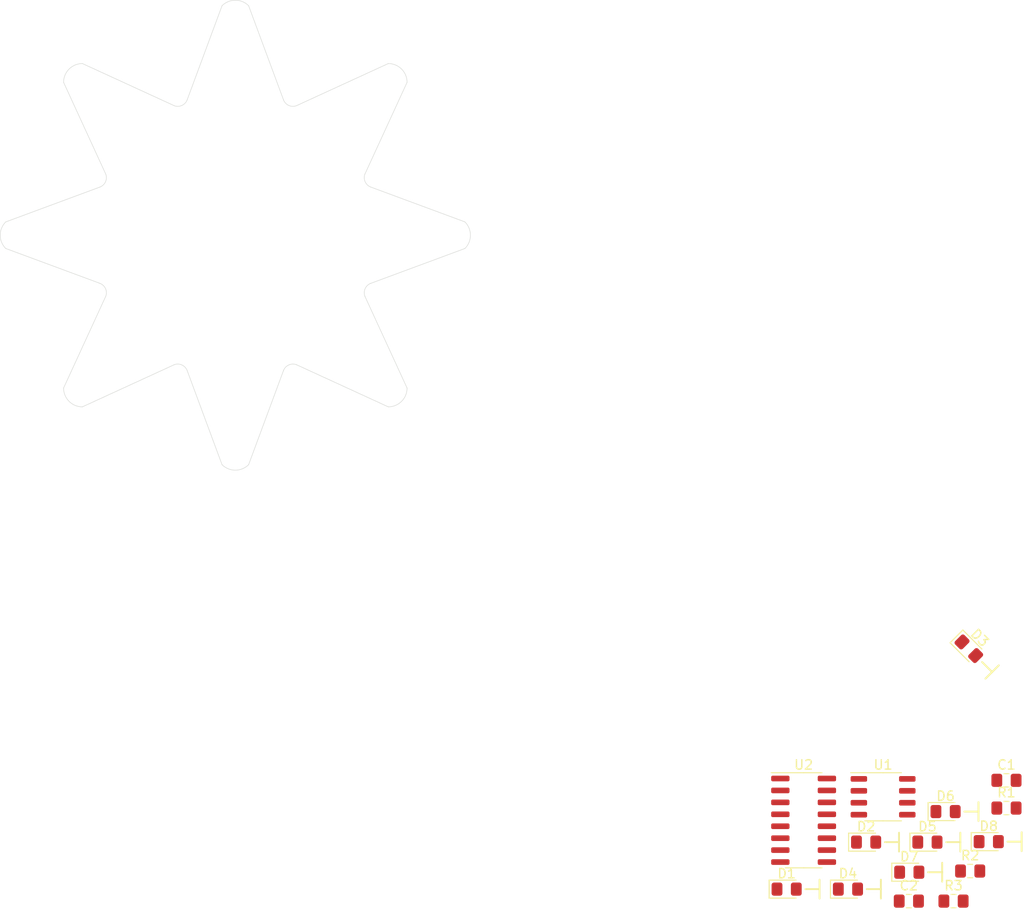
<source format=kicad_pcb>
(kicad_pcb (version 20171130) (host pcbnew 5.1.5-52549c5~86~ubuntu19.04.1)

  (general
    (thickness 1.6)
    (drawings 48)
    (tracks 0)
    (zones 0)
    (modules 15)
    (nets 17)
  )

  (page A4)
  (layers
    (0 F.Cu signal)
    (31 B.Cu signal)
    (32 B.Adhes user)
    (33 F.Adhes user)
    (34 B.Paste user)
    (35 F.Paste user)
    (36 B.SilkS user)
    (37 F.SilkS user)
    (38 B.Mask user)
    (39 F.Mask user)
    (40 Dwgs.User user hide)
    (41 Cmts.User user)
    (42 Eco1.User user)
    (43 Eco2.User user)
    (44 Edge.Cuts user)
    (45 Margin user)
    (46 B.CrtYd user hide)
    (47 F.CrtYd user hide)
    (48 B.Fab user hide)
    (49 F.Fab user hide)
  )

  (setup
    (last_trace_width 0.25)
    (trace_clearance 0.2)
    (zone_clearance 0.508)
    (zone_45_only no)
    (trace_min 0.2)
    (via_size 0.8)
    (via_drill 0.4)
    (via_min_size 0.4)
    (via_min_drill 0.3)
    (uvia_size 0.3)
    (uvia_drill 0.1)
    (uvias_allowed no)
    (uvia_min_size 0.2)
    (uvia_min_drill 0.1)
    (edge_width 0.05)
    (segment_width 0.2)
    (pcb_text_width 0.3)
    (pcb_text_size 1.5 1.5)
    (mod_edge_width 0.12)
    (mod_text_size 1 1)
    (mod_text_width 0.15)
    (pad_size 1.524 1.524)
    (pad_drill 0.762)
    (pad_to_mask_clearance 0.051)
    (solder_mask_min_width 0.25)
    (aux_axis_origin 115 65)
    (visible_elements FFFFFF7F)
    (pcbplotparams
      (layerselection 0x010fc_ffffffff)
      (usegerberextensions false)
      (usegerberattributes false)
      (usegerberadvancedattributes false)
      (creategerberjobfile false)
      (excludeedgelayer true)
      (linewidth 0.100000)
      (plotframeref false)
      (viasonmask false)
      (mode 1)
      (useauxorigin false)
      (hpglpennumber 1)
      (hpglpenspeed 20)
      (hpglpendiameter 15.000000)
      (psnegative false)
      (psa4output false)
      (plotreference true)
      (plotvalue true)
      (plotinvisibletext false)
      (padsonsilk false)
      (subtractmaskfromsilk false)
      (outputformat 1)
      (mirror false)
      (drillshape 1)
      (scaleselection 1)
      (outputdirectory ""))
  )

  (net 0 "")
  (net 1 -BATT)
  (net 2 "Net-(C1-Pad1)")
  (net 3 "Net-(C2-Pad1)")
  (net 4 "Net-(R1-Pad2)")
  (net 5 +BATT)
  (net 6 "Net-(U1-Pad3)")
  (net 7 /LED7)
  (net 8 /LED_R)
  (net 9 /LED6)
  (net 10 /LED5)
  (net 11 /LED4)
  (net 12 /LED3)
  (net 13 /LED2)
  (net 14 /LED1)
  (net 15 /LED0)
  (net 16 /RESET)

  (net_class Default "This is the default net class."
    (clearance 0.2)
    (trace_width 0.25)
    (via_dia 0.8)
    (via_drill 0.4)
    (uvia_dia 0.3)
    (uvia_drill 0.1)
    (add_net +BATT)
    (add_net -BATT)
    (add_net /LED0)
    (add_net /LED1)
    (add_net /LED2)
    (add_net /LED3)
    (add_net /LED4)
    (add_net /LED5)
    (add_net /LED6)
    (add_net /LED7)
    (add_net /LED_R)
    (add_net /RESET)
    (add_net "Net-(C1-Pad1)")
    (add_net "Net-(C2-Pad1)")
    (add_net "Net-(R1-Pad2)")
    (add_net "Net-(U1-Pad3)")
  )

  (module smd-star:SOIC-16_3.9x9.9mm_P1.27mm (layer F.Cu) (tedit 5D9F72B1) (tstamp 5EFD2121)
    (at 60.43 62.25)
    (descr "SOIC, 16 Pin (JEDEC MS-012AC, https://www.analog.com/media/en/package-pcb-resources/package/pkg_pdf/soic_narrow-r/r_16.pdf), generated with kicad-footprint-generator ipc_gullwing_generator.py")
    (tags "SOIC SO")
    (path /5EFD0D05)
    (attr smd)
    (fp_text reference U2 (at 0 -5.9) (layer F.SilkS)
      (effects (font (size 1 1) (thickness 0.15)))
    )
    (fp_text value 4017 (at 0 5.9) (layer F.Fab)
      (effects (font (size 1 1) (thickness 0.15)))
    )
    (fp_text user %R (at 0 0) (layer F.Fab)
      (effects (font (size 0.98 0.98) (thickness 0.15)))
    )
    (fp_line (start 3.7 -5.2) (end -3.7 -5.2) (layer F.CrtYd) (width 0.05))
    (fp_line (start 3.7 5.2) (end 3.7 -5.2) (layer F.CrtYd) (width 0.05))
    (fp_line (start -3.7 5.2) (end 3.7 5.2) (layer F.CrtYd) (width 0.05))
    (fp_line (start -3.7 -5.2) (end -3.7 5.2) (layer F.CrtYd) (width 0.05))
    (fp_line (start -1.95 -3.975) (end -0.975 -4.95) (layer F.Fab) (width 0.1))
    (fp_line (start -1.95 4.95) (end -1.95 -3.975) (layer F.Fab) (width 0.1))
    (fp_line (start 1.95 4.95) (end -1.95 4.95) (layer F.Fab) (width 0.1))
    (fp_line (start 1.95 -4.95) (end 1.95 4.95) (layer F.Fab) (width 0.1))
    (fp_line (start -0.975 -4.95) (end 1.95 -4.95) (layer F.Fab) (width 0.1))
    (fp_line (start 0 -5.06) (end -3.45 -5.06) (layer F.SilkS) (width 0.12))
    (fp_line (start 0 -5.06) (end 1.95 -5.06) (layer F.SilkS) (width 0.12))
    (fp_line (start 0 5.06) (end -1.95 5.06) (layer F.SilkS) (width 0.12))
    (fp_line (start 0 5.06) (end 1.95 5.06) (layer F.SilkS) (width 0.12))
    (pad 16 smd roundrect (at 2.475 -4.445) (size 1.95 0.6) (layers F.Cu F.Paste F.Mask) (roundrect_rratio 0.25)
      (net 5 +BATT))
    (pad 15 smd roundrect (at 2.475 -3.175) (size 1.95 0.6) (layers F.Cu F.Paste F.Mask) (roundrect_rratio 0.25)
      (net 16 /RESET))
    (pad 14 smd roundrect (at 2.475 -1.905) (size 1.95 0.6) (layers F.Cu F.Paste F.Mask) (roundrect_rratio 0.25)
      (net 6 "Net-(U1-Pad3)"))
    (pad 13 smd roundrect (at 2.475 -0.635) (size 1.95 0.6) (layers F.Cu F.Paste F.Mask) (roundrect_rratio 0.25)
      (net 1 -BATT))
    (pad 12 smd roundrect (at 2.475 0.635) (size 1.95 0.6) (layers F.Cu F.Paste F.Mask) (roundrect_rratio 0.25))
    (pad 11 smd roundrect (at 2.475 1.905) (size 1.95 0.6) (layers F.Cu F.Paste F.Mask) (roundrect_rratio 0.25))
    (pad 10 smd roundrect (at 2.475 3.175) (size 1.95 0.6) (layers F.Cu F.Paste F.Mask) (roundrect_rratio 0.25)
      (net 11 /LED4))
    (pad 9 smd roundrect (at 2.475 4.445) (size 1.95 0.6) (layers F.Cu F.Paste F.Mask) (roundrect_rratio 0.25)
      (net 16 /RESET))
    (pad 8 smd roundrect (at -2.475 4.445) (size 1.95 0.6) (layers F.Cu F.Paste F.Mask) (roundrect_rratio 0.25)
      (net 1 -BATT))
    (pad 7 smd roundrect (at -2.475 3.175) (size 1.95 0.6) (layers F.Cu F.Paste F.Mask) (roundrect_rratio 0.25)
      (net 12 /LED3))
    (pad 6 smd roundrect (at -2.475 1.905) (size 1.95 0.6) (layers F.Cu F.Paste F.Mask) (roundrect_rratio 0.25)
      (net 7 /LED7))
    (pad 5 smd roundrect (at -2.475 0.635) (size 1.95 0.6) (layers F.Cu F.Paste F.Mask) (roundrect_rratio 0.25)
      (net 9 /LED6))
    (pad 4 smd roundrect (at -2.475 -0.635) (size 1.95 0.6) (layers F.Cu F.Paste F.Mask) (roundrect_rratio 0.25)
      (net 13 /LED2))
    (pad 3 smd roundrect (at -2.475 -1.905) (size 1.95 0.6) (layers F.Cu F.Paste F.Mask) (roundrect_rratio 0.25)
      (net 15 /LED0))
    (pad 2 smd roundrect (at -2.475 -3.175) (size 1.95 0.6) (layers F.Cu F.Paste F.Mask) (roundrect_rratio 0.25)
      (net 14 /LED1))
    (pad 1 smd roundrect (at -2.475 -4.445) (size 1.95 0.6) (layers F.Cu F.Paste F.Mask) (roundrect_rratio 0.25)
      (net 10 /LED5))
    (model ${KISYS3DMOD}/Package_SO.3dshapes/SOIC-16_3.9x9.9mm_P1.27mm.wrl
      (at (xyz 0 0 0))
      (scale (xyz 1 1 1))
      (rotate (xyz 0 0 0))
    )
  )

  (module smd-star:SO-8_3.9x4.9mm_P1.27mm (layer F.Cu) (tedit 5D9F72B1) (tstamp 5EFD1F90)
    (at 68.88 59.75)
    (descr "SO, 8 Pin (https://www.nxp.com/docs/en/data-sheet/PCF8523.pdf), generated with kicad-footprint-generator ipc_gullwing_generator.py")
    (tags "SO SO")
    (path /5EFD01E2)
    (attr smd)
    (fp_text reference U1 (at 0 -3.4) (layer F.SilkS)
      (effects (font (size 1 1) (thickness 0.15)))
    )
    (fp_text value NE555 (at 0 3.4) (layer F.Fab)
      (effects (font (size 1 1) (thickness 0.15)))
    )
    (fp_text user %R (at 0 0) (layer F.Fab)
      (effects (font (size 0.98 0.98) (thickness 0.15)))
    )
    (fp_line (start 3.7 -2.7) (end -3.7 -2.7) (layer F.CrtYd) (width 0.05))
    (fp_line (start 3.7 2.7) (end 3.7 -2.7) (layer F.CrtYd) (width 0.05))
    (fp_line (start -3.7 2.7) (end 3.7 2.7) (layer F.CrtYd) (width 0.05))
    (fp_line (start -3.7 -2.7) (end -3.7 2.7) (layer F.CrtYd) (width 0.05))
    (fp_line (start -1.95 -1.475) (end -0.975 -2.45) (layer F.Fab) (width 0.1))
    (fp_line (start -1.95 2.45) (end -1.95 -1.475) (layer F.Fab) (width 0.1))
    (fp_line (start 1.95 2.45) (end -1.95 2.45) (layer F.Fab) (width 0.1))
    (fp_line (start 1.95 -2.45) (end 1.95 2.45) (layer F.Fab) (width 0.1))
    (fp_line (start -0.975 -2.45) (end 1.95 -2.45) (layer F.Fab) (width 0.1))
    (fp_line (start 0 -2.56) (end -3.45 -2.56) (layer F.SilkS) (width 0.12))
    (fp_line (start 0 -2.56) (end 1.95 -2.56) (layer F.SilkS) (width 0.12))
    (fp_line (start 0 2.56) (end -1.95 2.56) (layer F.SilkS) (width 0.12))
    (fp_line (start 0 2.56) (end 1.95 2.56) (layer F.SilkS) (width 0.12))
    (pad 8 smd roundrect (at 2.575 -1.905) (size 1.75 0.6) (layers F.Cu F.Paste F.Mask) (roundrect_rratio 0.25)
      (net 5 +BATT))
    (pad 7 smd roundrect (at 2.575 -0.635) (size 1.75 0.6) (layers F.Cu F.Paste F.Mask) (roundrect_rratio 0.25)
      (net 4 "Net-(R1-Pad2)"))
    (pad 6 smd roundrect (at 2.575 0.635) (size 1.75 0.6) (layers F.Cu F.Paste F.Mask) (roundrect_rratio 0.25)
      (net 3 "Net-(C2-Pad1)"))
    (pad 5 smd roundrect (at 2.575 1.905) (size 1.75 0.6) (layers F.Cu F.Paste F.Mask) (roundrect_rratio 0.25)
      (net 2 "Net-(C1-Pad1)"))
    (pad 4 smd roundrect (at -2.575 1.905) (size 1.75 0.6) (layers F.Cu F.Paste F.Mask) (roundrect_rratio 0.25)
      (net 5 +BATT))
    (pad 3 smd roundrect (at -2.575 0.635) (size 1.75 0.6) (layers F.Cu F.Paste F.Mask) (roundrect_rratio 0.25)
      (net 6 "Net-(U1-Pad3)"))
    (pad 2 smd roundrect (at -2.575 -0.635) (size 1.75 0.6) (layers F.Cu F.Paste F.Mask) (roundrect_rratio 0.25)
      (net 3 "Net-(C2-Pad1)"))
    (pad 1 smd roundrect (at -2.575 -1.905) (size 1.75 0.6) (layers F.Cu F.Paste F.Mask) (roundrect_rratio 0.25)
      (net 1 -BATT))
    (model ${KISYS3DMOD}/Package_SO.3dshapes/SO-8_3.9x4.9mm_P1.27mm.wrl
      (at (xyz 0 0 0))
      (scale (xyz 1 1 1))
      (rotate (xyz 0 0 0))
    )
  )

  (module smd-star:R_0805_2012Metric_Pad1.15x1.40mm_HandSolder (layer F.Cu) (tedit 5B36C52B) (tstamp 5EFD1F76)
    (at 76.37 70.85)
    (descr "Resistor SMD 0805 (2012 Metric), square (rectangular) end terminal, IPC_7351 nominal with elongated pad for handsoldering. (Body size source: https://docs.google.com/spreadsheets/d/1BsfQQcO9C6DZCsRaXUlFlo91Tg2WpOkGARC1WS5S8t0/edit?usp=sharing), generated with kicad-footprint-generator")
    (tags "resistor handsolder")
    (path /5F0080E1)
    (attr smd)
    (fp_text reference R3 (at 0 -1.65) (layer F.SilkS)
      (effects (font (size 1 1) (thickness 0.15)))
    )
    (fp_text value 220R (at 0 1.65) (layer F.Fab)
      (effects (font (size 1 1) (thickness 0.15)))
    )
    (fp_text user %R (at 0 0) (layer F.Fab)
      (effects (font (size 0.5 0.5) (thickness 0.08)))
    )
    (fp_line (start 1.85 0.95) (end -1.85 0.95) (layer F.CrtYd) (width 0.05))
    (fp_line (start 1.85 -0.95) (end 1.85 0.95) (layer F.CrtYd) (width 0.05))
    (fp_line (start -1.85 -0.95) (end 1.85 -0.95) (layer F.CrtYd) (width 0.05))
    (fp_line (start -1.85 0.95) (end -1.85 -0.95) (layer F.CrtYd) (width 0.05))
    (fp_line (start -0.261252 0.71) (end 0.261252 0.71) (layer F.SilkS) (width 0.12))
    (fp_line (start -0.261252 -0.71) (end 0.261252 -0.71) (layer F.SilkS) (width 0.12))
    (fp_line (start 1 0.6) (end -1 0.6) (layer F.Fab) (width 0.1))
    (fp_line (start 1 -0.6) (end 1 0.6) (layer F.Fab) (width 0.1))
    (fp_line (start -1 -0.6) (end 1 -0.6) (layer F.Fab) (width 0.1))
    (fp_line (start -1 0.6) (end -1 -0.6) (layer F.Fab) (width 0.1))
    (pad 2 smd roundrect (at 1.025 0) (size 1.15 1.4) (layers F.Cu F.Paste F.Mask) (roundrect_rratio 0.217391)
      (net 1 -BATT))
    (pad 1 smd roundrect (at -1.025 0) (size 1.15 1.4) (layers F.Cu F.Paste F.Mask) (roundrect_rratio 0.217391)
      (net 8 /LED_R))
    (model ${KISYS3DMOD}/Resistor_SMD.3dshapes/R_0805_2012Metric.wrl
      (at (xyz 0 0 0))
      (scale (xyz 1 1 1))
      (rotate (xyz 0 0 0))
    )
  )

  (module smd-star:R_0805_2012Metric_Pad1.15x1.40mm_HandSolder (layer F.Cu) (tedit 5B36C52B) (tstamp 5EFD1F65)
    (at 78.14 67.65)
    (descr "Resistor SMD 0805 (2012 Metric), square (rectangular) end terminal, IPC_7351 nominal with elongated pad for handsoldering. (Body size source: https://docs.google.com/spreadsheets/d/1BsfQQcO9C6DZCsRaXUlFlo91Tg2WpOkGARC1WS5S8t0/edit?usp=sharing), generated with kicad-footprint-generator")
    (tags "resistor handsolder")
    (path /5EFDA69B)
    (attr smd)
    (fp_text reference R2 (at 0 -1.65) (layer F.SilkS)
      (effects (font (size 1 1) (thickness 0.15)))
    )
    (fp_text value 47k (at 0 1.65) (layer F.Fab)
      (effects (font (size 1 1) (thickness 0.15)))
    )
    (fp_text user %R (at 0 0) (layer F.Fab)
      (effects (font (size 0.5 0.5) (thickness 0.08)))
    )
    (fp_line (start 1.85 0.95) (end -1.85 0.95) (layer F.CrtYd) (width 0.05))
    (fp_line (start 1.85 -0.95) (end 1.85 0.95) (layer F.CrtYd) (width 0.05))
    (fp_line (start -1.85 -0.95) (end 1.85 -0.95) (layer F.CrtYd) (width 0.05))
    (fp_line (start -1.85 0.95) (end -1.85 -0.95) (layer F.CrtYd) (width 0.05))
    (fp_line (start -0.261252 0.71) (end 0.261252 0.71) (layer F.SilkS) (width 0.12))
    (fp_line (start -0.261252 -0.71) (end 0.261252 -0.71) (layer F.SilkS) (width 0.12))
    (fp_line (start 1 0.6) (end -1 0.6) (layer F.Fab) (width 0.1))
    (fp_line (start 1 -0.6) (end 1 0.6) (layer F.Fab) (width 0.1))
    (fp_line (start -1 -0.6) (end 1 -0.6) (layer F.Fab) (width 0.1))
    (fp_line (start -1 0.6) (end -1 -0.6) (layer F.Fab) (width 0.1))
    (pad 2 smd roundrect (at 1.025 0) (size 1.15 1.4) (layers F.Cu F.Paste F.Mask) (roundrect_rratio 0.217391)
      (net 3 "Net-(C2-Pad1)"))
    (pad 1 smd roundrect (at -1.025 0) (size 1.15 1.4) (layers F.Cu F.Paste F.Mask) (roundrect_rratio 0.217391)
      (net 4 "Net-(R1-Pad2)"))
    (model ${KISYS3DMOD}/Resistor_SMD.3dshapes/R_0805_2012Metric.wrl
      (at (xyz 0 0 0))
      (scale (xyz 1 1 1))
      (rotate (xyz 0 0 0))
    )
  )

  (module smd-star:R_0805_2012Metric_Pad1.15x1.40mm_HandSolder (layer F.Cu) (tedit 5B36C52B) (tstamp 5EFD1F54)
    (at 82 60.95)
    (descr "Resistor SMD 0805 (2012 Metric), square (rectangular) end terminal, IPC_7351 nominal with elongated pad for handsoldering. (Body size source: https://docs.google.com/spreadsheets/d/1BsfQQcO9C6DZCsRaXUlFlo91Tg2WpOkGARC1WS5S8t0/edit?usp=sharing), generated with kicad-footprint-generator")
    (tags "resistor handsolder")
    (path /5EFD9130)
    (attr smd)
    (fp_text reference R1 (at 0 -1.65) (layer F.SilkS)
      (effects (font (size 1 1) (thickness 0.15)))
    )
    (fp_text value 47k (at 0 1.65) (layer F.Fab)
      (effects (font (size 1 1) (thickness 0.15)))
    )
    (fp_text user %R (at 0 0) (layer F.Fab)
      (effects (font (size 0.5 0.5) (thickness 0.08)))
    )
    (fp_line (start 1.85 0.95) (end -1.85 0.95) (layer F.CrtYd) (width 0.05))
    (fp_line (start 1.85 -0.95) (end 1.85 0.95) (layer F.CrtYd) (width 0.05))
    (fp_line (start -1.85 -0.95) (end 1.85 -0.95) (layer F.CrtYd) (width 0.05))
    (fp_line (start -1.85 0.95) (end -1.85 -0.95) (layer F.CrtYd) (width 0.05))
    (fp_line (start -0.261252 0.71) (end 0.261252 0.71) (layer F.SilkS) (width 0.12))
    (fp_line (start -0.261252 -0.71) (end 0.261252 -0.71) (layer F.SilkS) (width 0.12))
    (fp_line (start 1 0.6) (end -1 0.6) (layer F.Fab) (width 0.1))
    (fp_line (start 1 -0.6) (end 1 0.6) (layer F.Fab) (width 0.1))
    (fp_line (start -1 -0.6) (end 1 -0.6) (layer F.Fab) (width 0.1))
    (fp_line (start -1 0.6) (end -1 -0.6) (layer F.Fab) (width 0.1))
    (pad 2 smd roundrect (at 1.025 0) (size 1.15 1.4) (layers F.Cu F.Paste F.Mask) (roundrect_rratio 0.217391)
      (net 4 "Net-(R1-Pad2)"))
    (pad 1 smd roundrect (at -1.025 0) (size 1.15 1.4) (layers F.Cu F.Paste F.Mask) (roundrect_rratio 0.217391)
      (net 5 +BATT))
    (model ${KISYS3DMOD}/Resistor_SMD.3dshapes/R_0805_2012Metric.wrl
      (at (xyz 0 0 0))
      (scale (xyz 1 1 1))
      (rotate (xyz 0 0 0))
    )
  )

  (module smd-star:LED_0805_2012Metric_Pad1.15x1.40mm_HandSolder (layer F.Cu) (tedit 5EFCC800) (tstamp 5EFD1F43)
    (at 80.115 64.525)
    (descr "LED SMD 0805 (2012 Metric), square (rectangular) end terminal, IPC_7351 nominal, (Body size source: https://docs.google.com/spreadsheets/d/1BsfQQcO9C6DZCsRaXUlFlo91Tg2WpOkGARC1WS5S8t0/edit?usp=sharing), generated with kicad-footprint-generator")
    (tags "LED handsolder")
    (path /5EFF91EA)
    (attr smd)
    (fp_text reference D8 (at 0 -1.65) (layer F.SilkS)
      (effects (font (size 1 1) (thickness 0.15)))
    )
    (fp_text value LED (at 0 1.65) (layer F.Fab)
      (effects (font (size 1 1) (thickness 0.15)))
    )
    (fp_line (start 3.5 -1) (end 3.5 1) (layer F.SilkS) (width 0.2))
    (fp_line (start 2 0) (end 3.5 0) (layer F.SilkS) (width 0.2))
    (fp_text user %R (at 0 0) (layer F.Fab)
      (effects (font (size 0.5 0.5) (thickness 0.08)))
    )
    (fp_line (start 1.85 0.95) (end -1.85 0.95) (layer F.CrtYd) (width 0.05))
    (fp_line (start 1.85 -0.95) (end 1.85 0.95) (layer F.CrtYd) (width 0.05))
    (fp_line (start -1.85 -0.95) (end 1.85 -0.95) (layer F.CrtYd) (width 0.05))
    (fp_line (start -1.85 0.95) (end -1.85 -0.95) (layer F.CrtYd) (width 0.05))
    (fp_line (start -1.86 0.96) (end 1 0.96) (layer F.SilkS) (width 0.12))
    (fp_line (start -1.86 -0.96) (end -1.86 0.96) (layer F.SilkS) (width 0.12))
    (fp_line (start 1 -0.96) (end -1.86 -0.96) (layer F.SilkS) (width 0.12))
    (fp_line (start 1 0.6) (end 1 -0.6) (layer F.Fab) (width 0.1))
    (fp_line (start -1 0.6) (end 1 0.6) (layer F.Fab) (width 0.1))
    (fp_line (start -1 -0.3) (end -1 0.6) (layer F.Fab) (width 0.1))
    (fp_line (start -0.7 -0.6) (end -1 -0.3) (layer F.Fab) (width 0.1))
    (fp_line (start 1 -0.6) (end -0.7 -0.6) (layer F.Fab) (width 0.1))
    (pad 2 smd roundrect (at 1.025 0) (size 1.15 1.4) (layers F.Cu F.Paste F.Mask) (roundrect_rratio 0.217391)
      (net 15 /LED0))
    (pad 1 smd roundrect (at -1.025 0) (size 1.15 1.4) (layers F.Cu F.Paste F.Mask) (roundrect_rratio 0.217391)
      (net 8 /LED_R))
    (model ${KISYS3DMOD}/LED_SMD.3dshapes/LED_0805_2012Metric.wrl
      (at (xyz 0 0 0))
      (scale (xyz 1 1 1))
      (rotate (xyz 0 0 0))
    )
  )

  (module smd-star:LED_0805_2012Metric_Pad1.15x1.40mm_HandSolder (layer F.Cu) (tedit 5EFCC800) (tstamp 5EFD1F2E)
    (at 71.665 67.775)
    (descr "LED SMD 0805 (2012 Metric), square (rectangular) end terminal, IPC_7351 nominal, (Body size source: https://docs.google.com/spreadsheets/d/1BsfQQcO9C6DZCsRaXUlFlo91Tg2WpOkGARC1WS5S8t0/edit?usp=sharing), generated with kicad-footprint-generator")
    (tags "LED handsolder")
    (path /5EFF91E0)
    (attr smd)
    (fp_text reference D7 (at 0 -1.65) (layer F.SilkS)
      (effects (font (size 1 1) (thickness 0.15)))
    )
    (fp_text value LED (at 0 1.65) (layer F.Fab)
      (effects (font (size 1 1) (thickness 0.15)))
    )
    (fp_line (start 3.5 -1) (end 3.5 1) (layer F.SilkS) (width 0.2))
    (fp_line (start 2 0) (end 3.5 0) (layer F.SilkS) (width 0.2))
    (fp_text user %R (at 0 0) (layer F.Fab)
      (effects (font (size 0.5 0.5) (thickness 0.08)))
    )
    (fp_line (start 1.85 0.95) (end -1.85 0.95) (layer F.CrtYd) (width 0.05))
    (fp_line (start 1.85 -0.95) (end 1.85 0.95) (layer F.CrtYd) (width 0.05))
    (fp_line (start -1.85 -0.95) (end 1.85 -0.95) (layer F.CrtYd) (width 0.05))
    (fp_line (start -1.85 0.95) (end -1.85 -0.95) (layer F.CrtYd) (width 0.05))
    (fp_line (start -1.86 0.96) (end 1 0.96) (layer F.SilkS) (width 0.12))
    (fp_line (start -1.86 -0.96) (end -1.86 0.96) (layer F.SilkS) (width 0.12))
    (fp_line (start 1 -0.96) (end -1.86 -0.96) (layer F.SilkS) (width 0.12))
    (fp_line (start 1 0.6) (end 1 -0.6) (layer F.Fab) (width 0.1))
    (fp_line (start -1 0.6) (end 1 0.6) (layer F.Fab) (width 0.1))
    (fp_line (start -1 -0.3) (end -1 0.6) (layer F.Fab) (width 0.1))
    (fp_line (start -0.7 -0.6) (end -1 -0.3) (layer F.Fab) (width 0.1))
    (fp_line (start 1 -0.6) (end -0.7 -0.6) (layer F.Fab) (width 0.1))
    (pad 2 smd roundrect (at 1.025 0) (size 1.15 1.4) (layers F.Cu F.Paste F.Mask) (roundrect_rratio 0.217391)
      (net 14 /LED1))
    (pad 1 smd roundrect (at -1.025 0) (size 1.15 1.4) (layers F.Cu F.Paste F.Mask) (roundrect_rratio 0.217391)
      (net 8 /LED_R))
    (model ${KISYS3DMOD}/LED_SMD.3dshapes/LED_0805_2012Metric.wrl
      (at (xyz 0 0 0))
      (scale (xyz 1 1 1))
      (rotate (xyz 0 0 0))
    )
  )

  (module smd-star:LED_0805_2012Metric_Pad1.15x1.40mm_HandSolder (layer F.Cu) (tedit 5EFCC800) (tstamp 5EFD1F19)
    (at 75.525 61.325)
    (descr "LED SMD 0805 (2012 Metric), square (rectangular) end terminal, IPC_7351 nominal, (Body size source: https://docs.google.com/spreadsheets/d/1BsfQQcO9C6DZCsRaXUlFlo91Tg2WpOkGARC1WS5S8t0/edit?usp=sharing), generated with kicad-footprint-generator")
    (tags "LED handsolder")
    (path /5EFF91D6)
    (attr smd)
    (fp_text reference D6 (at 0 -1.65) (layer F.SilkS)
      (effects (font (size 1 1) (thickness 0.15)))
    )
    (fp_text value LED (at 0 1.65) (layer F.Fab)
      (effects (font (size 1 1) (thickness 0.15)))
    )
    (fp_line (start 3.5 -1) (end 3.5 1) (layer F.SilkS) (width 0.2))
    (fp_line (start 2 0) (end 3.5 0) (layer F.SilkS) (width 0.2))
    (fp_text user %R (at 0 0) (layer F.Fab)
      (effects (font (size 0.5 0.5) (thickness 0.08)))
    )
    (fp_line (start 1.85 0.95) (end -1.85 0.95) (layer F.CrtYd) (width 0.05))
    (fp_line (start 1.85 -0.95) (end 1.85 0.95) (layer F.CrtYd) (width 0.05))
    (fp_line (start -1.85 -0.95) (end 1.85 -0.95) (layer F.CrtYd) (width 0.05))
    (fp_line (start -1.85 0.95) (end -1.85 -0.95) (layer F.CrtYd) (width 0.05))
    (fp_line (start -1.86 0.96) (end 1 0.96) (layer F.SilkS) (width 0.12))
    (fp_line (start -1.86 -0.96) (end -1.86 0.96) (layer F.SilkS) (width 0.12))
    (fp_line (start 1 -0.96) (end -1.86 -0.96) (layer F.SilkS) (width 0.12))
    (fp_line (start 1 0.6) (end 1 -0.6) (layer F.Fab) (width 0.1))
    (fp_line (start -1 0.6) (end 1 0.6) (layer F.Fab) (width 0.1))
    (fp_line (start -1 -0.3) (end -1 0.6) (layer F.Fab) (width 0.1))
    (fp_line (start -0.7 -0.6) (end -1 -0.3) (layer F.Fab) (width 0.1))
    (fp_line (start 1 -0.6) (end -0.7 -0.6) (layer F.Fab) (width 0.1))
    (pad 2 smd roundrect (at 1.025 0) (size 1.15 1.4) (layers F.Cu F.Paste F.Mask) (roundrect_rratio 0.217391)
      (net 13 /LED2))
    (pad 1 smd roundrect (at -1.025 0) (size 1.15 1.4) (layers F.Cu F.Paste F.Mask) (roundrect_rratio 0.217391)
      (net 8 /LED_R))
    (model ${KISYS3DMOD}/LED_SMD.3dshapes/LED_0805_2012Metric.wrl
      (at (xyz 0 0 0))
      (scale (xyz 1 1 1))
      (rotate (xyz 0 0 0))
    )
  )

  (module smd-star:LED_0805_2012Metric_Pad1.15x1.40mm_HandSolder (layer F.Cu) (tedit 5EFCC800) (tstamp 5EFD1F04)
    (at 73.595 64.575)
    (descr "LED SMD 0805 (2012 Metric), square (rectangular) end terminal, IPC_7351 nominal, (Body size source: https://docs.google.com/spreadsheets/d/1BsfQQcO9C6DZCsRaXUlFlo91Tg2WpOkGARC1WS5S8t0/edit?usp=sharing), generated with kicad-footprint-generator")
    (tags "LED handsolder")
    (path /5EFF91CC)
    (attr smd)
    (fp_text reference D5 (at 0 -1.65) (layer F.SilkS)
      (effects (font (size 1 1) (thickness 0.15)))
    )
    (fp_text value LED (at 0 1.65) (layer F.Fab)
      (effects (font (size 1 1) (thickness 0.15)))
    )
    (fp_line (start 3.5 -1) (end 3.5 1) (layer F.SilkS) (width 0.2))
    (fp_line (start 2 0) (end 3.5 0) (layer F.SilkS) (width 0.2))
    (fp_text user %R (at 0 0) (layer F.Fab)
      (effects (font (size 0.5 0.5) (thickness 0.08)))
    )
    (fp_line (start 1.85 0.95) (end -1.85 0.95) (layer F.CrtYd) (width 0.05))
    (fp_line (start 1.85 -0.95) (end 1.85 0.95) (layer F.CrtYd) (width 0.05))
    (fp_line (start -1.85 -0.95) (end 1.85 -0.95) (layer F.CrtYd) (width 0.05))
    (fp_line (start -1.85 0.95) (end -1.85 -0.95) (layer F.CrtYd) (width 0.05))
    (fp_line (start -1.86 0.96) (end 1 0.96) (layer F.SilkS) (width 0.12))
    (fp_line (start -1.86 -0.96) (end -1.86 0.96) (layer F.SilkS) (width 0.12))
    (fp_line (start 1 -0.96) (end -1.86 -0.96) (layer F.SilkS) (width 0.12))
    (fp_line (start 1 0.6) (end 1 -0.6) (layer F.Fab) (width 0.1))
    (fp_line (start -1 0.6) (end 1 0.6) (layer F.Fab) (width 0.1))
    (fp_line (start -1 -0.3) (end -1 0.6) (layer F.Fab) (width 0.1))
    (fp_line (start -0.7 -0.6) (end -1 -0.3) (layer F.Fab) (width 0.1))
    (fp_line (start 1 -0.6) (end -0.7 -0.6) (layer F.Fab) (width 0.1))
    (pad 2 smd roundrect (at 1.025 0) (size 1.15 1.4) (layers F.Cu F.Paste F.Mask) (roundrect_rratio 0.217391)
      (net 12 /LED3))
    (pad 1 smd roundrect (at -1.025 0) (size 1.15 1.4) (layers F.Cu F.Paste F.Mask) (roundrect_rratio 0.217391)
      (net 8 /LED_R))
    (model ${KISYS3DMOD}/LED_SMD.3dshapes/LED_0805_2012Metric.wrl
      (at (xyz 0 0 0))
      (scale (xyz 1 1 1))
      (rotate (xyz 0 0 0))
    )
  )

  (module smd-star:LED_0805_2012Metric_Pad1.15x1.40mm_HandSolder (layer F.Cu) (tedit 5EFCC800) (tstamp 5EFD1EEF)
    (at 65.145 69.575)
    (descr "LED SMD 0805 (2012 Metric), square (rectangular) end terminal, IPC_7351 nominal, (Body size source: https://docs.google.com/spreadsheets/d/1BsfQQcO9C6DZCsRaXUlFlo91Tg2WpOkGARC1WS5S8t0/edit?usp=sharing), generated with kicad-footprint-generator")
    (tags "LED handsolder")
    (path /5EFF7386)
    (attr smd)
    (fp_text reference D4 (at 0 -1.65) (layer F.SilkS)
      (effects (font (size 1 1) (thickness 0.15)))
    )
    (fp_text value LED (at 0 1.65) (layer F.Fab)
      (effects (font (size 1 1) (thickness 0.15)))
    )
    (fp_line (start 3.5 -1) (end 3.5 1) (layer F.SilkS) (width 0.2))
    (fp_line (start 2 0) (end 3.5 0) (layer F.SilkS) (width 0.2))
    (fp_text user %R (at 0 0) (layer F.Fab)
      (effects (font (size 0.5 0.5) (thickness 0.08)))
    )
    (fp_line (start 1.85 0.95) (end -1.85 0.95) (layer F.CrtYd) (width 0.05))
    (fp_line (start 1.85 -0.95) (end 1.85 0.95) (layer F.CrtYd) (width 0.05))
    (fp_line (start -1.85 -0.95) (end 1.85 -0.95) (layer F.CrtYd) (width 0.05))
    (fp_line (start -1.85 0.95) (end -1.85 -0.95) (layer F.CrtYd) (width 0.05))
    (fp_line (start -1.86 0.96) (end 1 0.96) (layer F.SilkS) (width 0.12))
    (fp_line (start -1.86 -0.96) (end -1.86 0.96) (layer F.SilkS) (width 0.12))
    (fp_line (start 1 -0.96) (end -1.86 -0.96) (layer F.SilkS) (width 0.12))
    (fp_line (start 1 0.6) (end 1 -0.6) (layer F.Fab) (width 0.1))
    (fp_line (start -1 0.6) (end 1 0.6) (layer F.Fab) (width 0.1))
    (fp_line (start -1 -0.3) (end -1 0.6) (layer F.Fab) (width 0.1))
    (fp_line (start -0.7 -0.6) (end -1 -0.3) (layer F.Fab) (width 0.1))
    (fp_line (start 1 -0.6) (end -0.7 -0.6) (layer F.Fab) (width 0.1))
    (pad 2 smd roundrect (at 1.025 0) (size 1.15 1.4) (layers F.Cu F.Paste F.Mask) (roundrect_rratio 0.217391)
      (net 11 /LED4))
    (pad 1 smd roundrect (at -1.025 0) (size 1.15 1.4) (layers F.Cu F.Paste F.Mask) (roundrect_rratio 0.217391)
      (net 8 /LED_R))
    (model ${KISYS3DMOD}/LED_SMD.3dshapes/LED_0805_2012Metric.wrl
      (at (xyz 0 0 0))
      (scale (xyz 1 1 1))
      (rotate (xyz 0 0 0))
    )
  )

  (module smd-star:LED_0805_2012Metric_Pad1.15x1.40mm_HandSolder (layer F.Cu) (tedit 5EFCC800) (tstamp 5EFD24A1)
    (at 78 44 315)
    (descr "LED SMD 0805 (2012 Metric), square (rectangular) end terminal, IPC_7351 nominal, (Body size source: https://docs.google.com/spreadsheets/d/1BsfQQcO9C6DZCsRaXUlFlo91Tg2WpOkGARC1WS5S8t0/edit?usp=sharing), generated with kicad-footprint-generator")
    (tags "LED handsolder")
    (path /5EFF6FCA)
    (attr smd)
    (fp_text reference D3 (at 0 -1.65 135) (layer F.SilkS)
      (effects (font (size 1 1) (thickness 0.15)))
    )
    (fp_text value LED (at 0 1.65 135) (layer F.Fab)
      (effects (font (size 1 1) (thickness 0.15)))
    )
    (fp_line (start 3.5 -1) (end 3.5 1) (layer F.SilkS) (width 0.2))
    (fp_line (start 2 0) (end 3.5 0) (layer F.SilkS) (width 0.2))
    (fp_text user %R (at 0 0 45) (layer F.Fab)
      (effects (font (size 0.5 0.5) (thickness 0.08)))
    )
    (fp_line (start 1.85 0.95) (end -1.85 0.95) (layer F.CrtYd) (width 0.05))
    (fp_line (start 1.85 -0.95) (end 1.85 0.95) (layer F.CrtYd) (width 0.05))
    (fp_line (start -1.85 -0.95) (end 1.85 -0.95) (layer F.CrtYd) (width 0.05))
    (fp_line (start -1.85 0.95) (end -1.85 -0.95) (layer F.CrtYd) (width 0.05))
    (fp_line (start -1.86 0.96) (end 1 0.96) (layer F.SilkS) (width 0.12))
    (fp_line (start -1.86 -0.96) (end -1.86 0.96) (layer F.SilkS) (width 0.12))
    (fp_line (start 1 -0.96) (end -1.86 -0.96) (layer F.SilkS) (width 0.12))
    (fp_line (start 1 0.6) (end 1 -0.6) (layer F.Fab) (width 0.1))
    (fp_line (start -1 0.6) (end 1 0.6) (layer F.Fab) (width 0.1))
    (fp_line (start -1 -0.3) (end -1 0.6) (layer F.Fab) (width 0.1))
    (fp_line (start -0.7 -0.6) (end -1 -0.3) (layer F.Fab) (width 0.1))
    (fp_line (start 1 -0.6) (end -0.7 -0.6) (layer F.Fab) (width 0.1))
    (pad 2 smd roundrect (at 1.025 0 315) (size 1.15 1.4) (layers F.Cu F.Paste F.Mask) (roundrect_rratio 0.217391)
      (net 10 /LED5))
    (pad 1 smd roundrect (at -1.025 0 315) (size 1.15 1.4) (layers F.Cu F.Paste F.Mask) (roundrect_rratio 0.217391)
      (net 8 /LED_R))
    (model ${KISYS3DMOD}/LED_SMD.3dshapes/LED_0805_2012Metric.wrl
      (at (xyz 0 0 0))
      (scale (xyz 1 1 1))
      (rotate (xyz 0 0 0))
    )
  )

  (module smd-star:LED_0805_2012Metric_Pad1.15x1.40mm_HandSolder (layer F.Cu) (tedit 5EFCC800) (tstamp 5EFD1EC5)
    (at 67.075 64.575)
    (descr "LED SMD 0805 (2012 Metric), square (rectangular) end terminal, IPC_7351 nominal, (Body size source: https://docs.google.com/spreadsheets/d/1BsfQQcO9C6DZCsRaXUlFlo91Tg2WpOkGARC1WS5S8t0/edit?usp=sharing), generated with kicad-footprint-generator")
    (tags "LED handsolder")
    (path /5EFF6B7E)
    (attr smd)
    (fp_text reference D2 (at 0 -1.65) (layer F.SilkS)
      (effects (font (size 1 1) (thickness 0.15)))
    )
    (fp_text value LED (at 0 1.65) (layer F.Fab)
      (effects (font (size 1 1) (thickness 0.15)))
    )
    (fp_line (start 3.5 -1) (end 3.5 1) (layer F.SilkS) (width 0.2))
    (fp_line (start 2 0) (end 3.5 0) (layer F.SilkS) (width 0.2))
    (fp_text user %R (at 0 0) (layer F.Fab)
      (effects (font (size 0.5 0.5) (thickness 0.08)))
    )
    (fp_line (start 1.85 0.95) (end -1.85 0.95) (layer F.CrtYd) (width 0.05))
    (fp_line (start 1.85 -0.95) (end 1.85 0.95) (layer F.CrtYd) (width 0.05))
    (fp_line (start -1.85 -0.95) (end 1.85 -0.95) (layer F.CrtYd) (width 0.05))
    (fp_line (start -1.85 0.95) (end -1.85 -0.95) (layer F.CrtYd) (width 0.05))
    (fp_line (start -1.86 0.96) (end 1 0.96) (layer F.SilkS) (width 0.12))
    (fp_line (start -1.86 -0.96) (end -1.86 0.96) (layer F.SilkS) (width 0.12))
    (fp_line (start 1 -0.96) (end -1.86 -0.96) (layer F.SilkS) (width 0.12))
    (fp_line (start 1 0.6) (end 1 -0.6) (layer F.Fab) (width 0.1))
    (fp_line (start -1 0.6) (end 1 0.6) (layer F.Fab) (width 0.1))
    (fp_line (start -1 -0.3) (end -1 0.6) (layer F.Fab) (width 0.1))
    (fp_line (start -0.7 -0.6) (end -1 -0.3) (layer F.Fab) (width 0.1))
    (fp_line (start 1 -0.6) (end -0.7 -0.6) (layer F.Fab) (width 0.1))
    (pad 2 smd roundrect (at 1.025 0) (size 1.15 1.4) (layers F.Cu F.Paste F.Mask) (roundrect_rratio 0.217391)
      (net 9 /LED6))
    (pad 1 smd roundrect (at -1.025 0) (size 1.15 1.4) (layers F.Cu F.Paste F.Mask) (roundrect_rratio 0.217391)
      (net 8 /LED_R))
    (model ${KISYS3DMOD}/LED_SMD.3dshapes/LED_0805_2012Metric.wrl
      (at (xyz 0 0 0))
      (scale (xyz 1 1 1))
      (rotate (xyz 0 0 0))
    )
  )

  (module smd-star:LED_0805_2012Metric_Pad1.15x1.40mm_HandSolder (layer F.Cu) (tedit 5EFCC800) (tstamp 5EFD1EB0)
    (at 58.625 69.575)
    (descr "LED SMD 0805 (2012 Metric), square (rectangular) end terminal, IPC_7351 nominal, (Body size source: https://docs.google.com/spreadsheets/d/1BsfQQcO9C6DZCsRaXUlFlo91Tg2WpOkGARC1WS5S8t0/edit?usp=sharing), generated with kicad-footprint-generator")
    (tags "LED handsolder")
    (path /5EFF47F1)
    (attr smd)
    (fp_text reference D1 (at 0 -1.65) (layer F.SilkS)
      (effects (font (size 1 1) (thickness 0.15)))
    )
    (fp_text value LED (at 0 1.65) (layer F.Fab)
      (effects (font (size 1 1) (thickness 0.15)))
    )
    (fp_line (start 3.5 -1) (end 3.5 1) (layer F.SilkS) (width 0.2))
    (fp_line (start 2 0) (end 3.5 0) (layer F.SilkS) (width 0.2))
    (fp_text user %R (at 0 0) (layer F.Fab)
      (effects (font (size 0.5 0.5) (thickness 0.08)))
    )
    (fp_line (start 1.85 0.95) (end -1.85 0.95) (layer F.CrtYd) (width 0.05))
    (fp_line (start 1.85 -0.95) (end 1.85 0.95) (layer F.CrtYd) (width 0.05))
    (fp_line (start -1.85 -0.95) (end 1.85 -0.95) (layer F.CrtYd) (width 0.05))
    (fp_line (start -1.85 0.95) (end -1.85 -0.95) (layer F.CrtYd) (width 0.05))
    (fp_line (start -1.86 0.96) (end 1 0.96) (layer F.SilkS) (width 0.12))
    (fp_line (start -1.86 -0.96) (end -1.86 0.96) (layer F.SilkS) (width 0.12))
    (fp_line (start 1 -0.96) (end -1.86 -0.96) (layer F.SilkS) (width 0.12))
    (fp_line (start 1 0.6) (end 1 -0.6) (layer F.Fab) (width 0.1))
    (fp_line (start -1 0.6) (end 1 0.6) (layer F.Fab) (width 0.1))
    (fp_line (start -1 -0.3) (end -1 0.6) (layer F.Fab) (width 0.1))
    (fp_line (start -0.7 -0.6) (end -1 -0.3) (layer F.Fab) (width 0.1))
    (fp_line (start 1 -0.6) (end -0.7 -0.6) (layer F.Fab) (width 0.1))
    (pad 2 smd roundrect (at 1.025 0) (size 1.15 1.4) (layers F.Cu F.Paste F.Mask) (roundrect_rratio 0.217391)
      (net 7 /LED7))
    (pad 1 smd roundrect (at -1.025 0) (size 1.15 1.4) (layers F.Cu F.Paste F.Mask) (roundrect_rratio 0.217391)
      (net 8 /LED_R))
    (model ${KISYS3DMOD}/LED_SMD.3dshapes/LED_0805_2012Metric.wrl
      (at (xyz 0 0 0))
      (scale (xyz 1 1 1))
      (rotate (xyz 0 0 0))
    )
  )

  (module smd-star:C_0805_2012Metric_Pad1.15x1.40mm_HandSolder (layer F.Cu) (tedit 5B36C52B) (tstamp 5EFD1E9B)
    (at 71.62 70.85)
    (descr "Capacitor SMD 0805 (2012 Metric), square (rectangular) end terminal, IPC_7351 nominal with elongated pad for handsoldering. (Body size source: https://docs.google.com/spreadsheets/d/1BsfQQcO9C6DZCsRaXUlFlo91Tg2WpOkGARC1WS5S8t0/edit?usp=sharing), generated with kicad-footprint-generator")
    (tags "capacitor handsolder")
    (path /5EFDE976)
    (attr smd)
    (fp_text reference C2 (at 0 -1.65) (layer F.SilkS)
      (effects (font (size 1 1) (thickness 0.15)))
    )
    (fp_text value 10uF (at 0 1.65) (layer F.Fab)
      (effects (font (size 1 1) (thickness 0.15)))
    )
    (fp_text user %R (at 0 0) (layer F.Fab)
      (effects (font (size 0.5 0.5) (thickness 0.08)))
    )
    (fp_line (start 1.85 0.95) (end -1.85 0.95) (layer F.CrtYd) (width 0.05))
    (fp_line (start 1.85 -0.95) (end 1.85 0.95) (layer F.CrtYd) (width 0.05))
    (fp_line (start -1.85 -0.95) (end 1.85 -0.95) (layer F.CrtYd) (width 0.05))
    (fp_line (start -1.85 0.95) (end -1.85 -0.95) (layer F.CrtYd) (width 0.05))
    (fp_line (start -0.261252 0.71) (end 0.261252 0.71) (layer F.SilkS) (width 0.12))
    (fp_line (start -0.261252 -0.71) (end 0.261252 -0.71) (layer F.SilkS) (width 0.12))
    (fp_line (start 1 0.6) (end -1 0.6) (layer F.Fab) (width 0.1))
    (fp_line (start 1 -0.6) (end 1 0.6) (layer F.Fab) (width 0.1))
    (fp_line (start -1 -0.6) (end 1 -0.6) (layer F.Fab) (width 0.1))
    (fp_line (start -1 0.6) (end -1 -0.6) (layer F.Fab) (width 0.1))
    (pad 2 smd roundrect (at 1.025 0) (size 1.15 1.4) (layers F.Cu F.Paste F.Mask) (roundrect_rratio 0.217391)
      (net 1 -BATT))
    (pad 1 smd roundrect (at -1.025 0) (size 1.15 1.4) (layers F.Cu F.Paste F.Mask) (roundrect_rratio 0.217391)
      (net 3 "Net-(C2-Pad1)"))
    (model ${KISYS3DMOD}/Capacitor_SMD.3dshapes/C_0805_2012Metric.wrl
      (at (xyz 0 0 0))
      (scale (xyz 1 1 1))
      (rotate (xyz 0 0 0))
    )
  )

  (module smd-star:C_0805_2012Metric_Pad1.15x1.40mm_HandSolder (layer F.Cu) (tedit 5B36C52B) (tstamp 5EFD1E8A)
    (at 82 58)
    (descr "Capacitor SMD 0805 (2012 Metric), square (rectangular) end terminal, IPC_7351 nominal with elongated pad for handsoldering. (Body size source: https://docs.google.com/spreadsheets/d/1BsfQQcO9C6DZCsRaXUlFlo91Tg2WpOkGARC1WS5S8t0/edit?usp=sharing), generated with kicad-footprint-generator")
    (tags "capacitor handsolder")
    (path /5EFDAF79)
    (attr smd)
    (fp_text reference C1 (at 0 -1.65) (layer F.SilkS)
      (effects (font (size 1 1) (thickness 0.15)))
    )
    (fp_text value 0.01uF (at 0 1.65) (layer F.Fab)
      (effects (font (size 1 1) (thickness 0.15)))
    )
    (fp_text user %R (at 0 0) (layer F.Fab)
      (effects (font (size 0.5 0.5) (thickness 0.08)))
    )
    (fp_line (start 1.85 0.95) (end -1.85 0.95) (layer F.CrtYd) (width 0.05))
    (fp_line (start 1.85 -0.95) (end 1.85 0.95) (layer F.CrtYd) (width 0.05))
    (fp_line (start -1.85 -0.95) (end 1.85 -0.95) (layer F.CrtYd) (width 0.05))
    (fp_line (start -1.85 0.95) (end -1.85 -0.95) (layer F.CrtYd) (width 0.05))
    (fp_line (start -0.261252 0.71) (end 0.261252 0.71) (layer F.SilkS) (width 0.12))
    (fp_line (start -0.261252 -0.71) (end 0.261252 -0.71) (layer F.SilkS) (width 0.12))
    (fp_line (start 1 0.6) (end -1 0.6) (layer F.Fab) (width 0.1))
    (fp_line (start 1 -0.6) (end 1 0.6) (layer F.Fab) (width 0.1))
    (fp_line (start -1 -0.6) (end 1 -0.6) (layer F.Fab) (width 0.1))
    (fp_line (start -1 0.6) (end -1 -0.6) (layer F.Fab) (width 0.1))
    (pad 2 smd roundrect (at 1.025 0) (size 1.15 1.4) (layers F.Cu F.Paste F.Mask) (roundrect_rratio 0.217391)
      (net 1 -BATT))
    (pad 1 smd roundrect (at -1.025 0) (size 1.15 1.4) (layers F.Cu F.Paste F.Mask) (roundrect_rratio 0.217391)
      (net 2 "Net-(C1-Pad1)"))
    (model ${KISYS3DMOD}/Capacitor_SMD.3dshapes/C_0805_2012Metric.wrl
      (at (xyz 0 0 0))
      (scale (xyz 1 1 1))
      (rotate (xyz 0 0 0))
    )
  )

  (gr_line (start -5.123 14.399) (end -1.414 24.414) (layer Edge.Cuts) (width 0.05) (tstamp 5EFDF6B3))
  (gr_line (start -16.263 18.263) (end -6.506 13.782) (layer Edge.Cuts) (width 0.05) (tstamp 5EFDF6AA))
  (gr_line (start -13.782 6.506) (end -18.263 16.263) (layer Edge.Cuts) (width 0.05) (tstamp 5EFDF6A1))
  (gr_line (start -24.414 1.414) (end -14.399 5.123) (layer Edge.Cuts) (width 0.05) (tstamp 5EFDF699))
  (gr_line (start -14.399 -5.123) (end -24.414 -1.414) (layer Edge.Cuts) (width 0.05) (tstamp 5EFDF690))
  (gr_line (start -18.263 -16.263) (end -13.782 -6.506) (layer Edge.Cuts) (width 0.05) (tstamp 5EFDF686))
  (gr_line (start -6.506 -13.782) (end -16.263 -18.263) (layer Edge.Cuts) (width 0.05) (tstamp 5EFDF680))
  (gr_line (start -1.414 -24.414) (end -5.123 -14.399) (layer Edge.Cuts) (width 0.05) (tstamp 5EFDF679))
  (gr_arc (start -14.782 -6.123) (end -13.782 -6.506) (angle 90) (layer Edge.Cuts) (width 0.05) (tstamp 5EFDF654))
  (gr_arc (start -14.782 6.123) (end -13.782 6.506) (angle -90) (layer Edge.Cuts) (width 0.05) (tstamp 5EFDF63A))
  (gr_arc (start -6.123 -14.782) (end -6.506 -13.782) (angle -90) (layer Edge.Cuts) (width 0.05) (tstamp 5EFDF61F))
  (gr_arc (start -6.123 14.782) (end -6.506 13.782) (angle 90) (layer Edge.Cuts) (width 0.05) (tstamp 5EFDF602))
  (gr_line (start 5.123 14.399) (end 1.414 24.414) (layer Edge.Cuts) (width 0.05) (tstamp 5EFDF5EE))
  (gr_line (start 16.263 18.263) (end 6.506 13.782) (layer Edge.Cuts) (width 0.05) (tstamp 5EFDF5E0))
  (gr_arc (start 6.123 14.782) (end 6.506 13.782) (angle -90) (layer Edge.Cuts) (width 0.05) (tstamp 5EFDF599))
  (gr_line (start 18.263 16.263) (end 13.782 6.506) (layer Edge.Cuts) (width 0.05) (tstamp 5EFDF58A))
  (gr_line (start 24.414 1.414) (end 14.399 5.123) (layer Edge.Cuts) (width 0.05) (tstamp 5EFDF579))
  (gr_arc (start 14.782 6.123) (end 13.782 6.506) (angle 90) (layer Edge.Cuts) (width 0.05) (tstamp 5EFDF52E))
  (gr_line (start 14.399 -5.123) (end 24.414 -1.414) (layer Edge.Cuts) (width 0.05) (tstamp 5EFDF4B1))
  (gr_line (start 18.263 -16.263) (end 13.782 -6.506) (layer Edge.Cuts) (width 0.05) (tstamp 5EFDF4A3))
  (gr_arc (start 14.782 -6.123) (end 13.782 -6.506) (angle -90) (layer Edge.Cuts) (width 0.05) (tstamp 5EFDF44B))
  (gr_line (start 6.506 -13.782) (end 16.263 -18.263) (layer Edge.Cuts) (width 0.05) (tstamp 5EFDF439))
  (gr_line (start 5.123 -14.399) (end 1.414 -24.414) (layer Edge.Cuts) (width 0.05) (tstamp 5EFDF42E))
  (gr_arc (start 6.123 -14.782) (end 6.506 -13.782) (angle 90) (layer Edge.Cuts) (width 0.05))
  (gr_arc (start 16.263 -16.263) (end 18.263 -16.263) (angle -90) (layer Edge.Cuts) (width 0.05) (tstamp 5EFD5A0E))
  (gr_arc (start -16.263 16.263) (end -16.263 18.263) (angle 90) (layer Edge.Cuts) (width 0.05) (tstamp 5EFD59D3))
  (gr_arc (start 16.263 16.263) (end 18.263 16.263) (angle 90) (layer Edge.Cuts) (width 0.05) (tstamp 5EFD599A))
  (gr_arc (start -16.263 -16.263) (end -18.263 -16.263) (angle 90) (layer Edge.Cuts) (width 0.05) (tstamp 5EFD5668))
  (gr_text "East\n" (at 43.434 -0.508) (layer Dwgs.User) (tstamp 5EFD556E)
    (effects (font (size 5 5) (thickness 0.15)))
  )
  (gr_text "West\n" (at -43.942 -1.016) (layer Dwgs.User) (tstamp 5EFD556C)
    (effects (font (size 5 5) (thickness 0.15)))
  )
  (gr_text "South\n" (at -1.524 35.814) (layer Dwgs.User) (tstamp 5EFD5569)
    (effects (font (size 5 5) (thickness 0.15)))
  )
  (gr_text North (at -0.762 -36.068) (layer Dwgs.User)
    (effects (font (size 5 5) (thickness 0.15)))
  )
  (gr_arc (start 23 0) (end 24.414 1.414) (angle -90) (layer Edge.Cuts) (width 0.05) (tstamp 5EFD536A))
  (gr_arc (start -23 0) (end -24.414 1.414) (angle 90) (layer Edge.Cuts) (width 0.05) (tstamp 5EFD5349))
  (gr_arc (start 0 -23) (end 1.414 -24.414) (angle -90) (layer Edge.Cuts) (width 0.05))
  (gr_arc (start 0 23) (end 1.414 24.414) (angle 90) (layer Edge.Cuts) (width 0.05))
  (gr_line (start -17 41) (end 17 -41) (layer Dwgs.User) (width 0.3) (tstamp 5EFD2AA2))
  (gr_line (start 17 41) (end -17 -41) (layer Dwgs.User) (width 0.3))
  (gr_line (start -41 17) (end 41 -17) (layer Dwgs.User) (width 0.3) (tstamp 5EFD2A90))
  (gr_line (start -41 -17) (end 41 17) (layer Dwgs.User) (width 0.3) (tstamp 5EFD2A4D))
  (gr_line (start -28 0) (end 29 0) (layer Dwgs.User) (width 0.15) (tstamp 5EFD2A4A))
  (gr_line (start 0 27) (end 0 -30) (layer Dwgs.User) (width 0.15) (tstamp 5EFD2A5C))
  (gr_circle (center 0 0) (end 25 0) (layer Dwgs.User) (width 0.15) (tstamp 5EFD2A56))
  (gr_line (start 0 0) (end 25 25) (layer Dwgs.User) (width 0.15) (tstamp 5EFD2A32))
  (gr_line (start 0 0) (end -25 25) (layer Dwgs.User) (width 0.15) (tstamp 5EFD2A38))
  (gr_line (start 0 0) (end 25 -25) (layer Dwgs.User) (width 0.15) (tstamp 5EFD2A59))
  (gr_line (start 0 0) (end -25 -25) (layer Dwgs.User) (width 0.15) (tstamp 5EFD2A35))
  (gr_circle (center 0 0) (end 16 0) (layer Dwgs.User) (width 0.15) (tstamp 5EFD2A3E))

)

</source>
